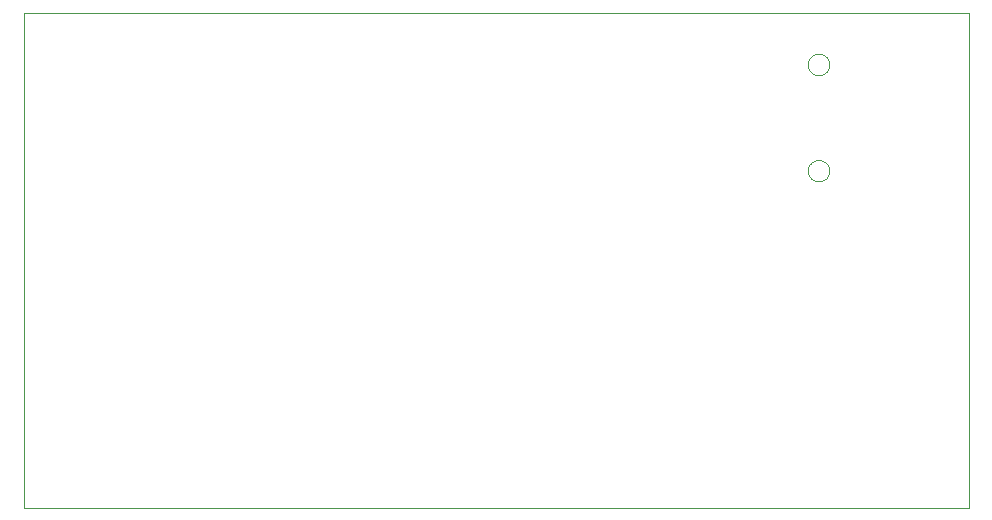
<source format=gko>
G75*
%MOIN*%
%OFA0B0*%
%FSLAX24Y24*%
%IPPOS*%
%LPD*%
%AMOC8*
5,1,8,0,0,1.08239X$1,22.5*
%
%ADD10C,0.0000*%
D10*
X000625Y002101D02*
X000625Y018601D01*
X032125Y018601D01*
X032125Y002101D01*
X000625Y002101D01*
X026770Y013331D02*
X026772Y013368D01*
X026778Y013405D01*
X026787Y013441D01*
X026801Y013475D01*
X026818Y013508D01*
X026838Y013540D01*
X026861Y013569D01*
X026887Y013595D01*
X026916Y013618D01*
X026947Y013638D01*
X026981Y013655D01*
X027015Y013669D01*
X027051Y013678D01*
X027088Y013684D01*
X027125Y013686D01*
X027162Y013684D01*
X027199Y013678D01*
X027235Y013669D01*
X027269Y013655D01*
X027302Y013638D01*
X027334Y013618D01*
X027363Y013595D01*
X027389Y013569D01*
X027412Y013540D01*
X027432Y013509D01*
X027449Y013475D01*
X027463Y013441D01*
X027472Y013405D01*
X027478Y013368D01*
X027480Y013331D01*
X027478Y013294D01*
X027472Y013257D01*
X027463Y013221D01*
X027449Y013187D01*
X027432Y013154D01*
X027412Y013122D01*
X027389Y013093D01*
X027363Y013067D01*
X027334Y013044D01*
X027303Y013024D01*
X027269Y013007D01*
X027235Y012993D01*
X027199Y012984D01*
X027162Y012978D01*
X027125Y012976D01*
X027088Y012978D01*
X027051Y012984D01*
X027015Y012993D01*
X026981Y013007D01*
X026948Y013024D01*
X026916Y013044D01*
X026887Y013067D01*
X026861Y013093D01*
X026838Y013122D01*
X026818Y013153D01*
X026801Y013187D01*
X026787Y013221D01*
X026778Y013257D01*
X026772Y013294D01*
X026770Y013331D01*
X026770Y016871D02*
X026772Y016908D01*
X026778Y016945D01*
X026787Y016981D01*
X026801Y017015D01*
X026818Y017048D01*
X026838Y017080D01*
X026861Y017109D01*
X026887Y017135D01*
X026916Y017158D01*
X026947Y017178D01*
X026981Y017195D01*
X027015Y017209D01*
X027051Y017218D01*
X027088Y017224D01*
X027125Y017226D01*
X027162Y017224D01*
X027199Y017218D01*
X027235Y017209D01*
X027269Y017195D01*
X027302Y017178D01*
X027334Y017158D01*
X027363Y017135D01*
X027389Y017109D01*
X027412Y017080D01*
X027432Y017049D01*
X027449Y017015D01*
X027463Y016981D01*
X027472Y016945D01*
X027478Y016908D01*
X027480Y016871D01*
X027478Y016834D01*
X027472Y016797D01*
X027463Y016761D01*
X027449Y016727D01*
X027432Y016694D01*
X027412Y016662D01*
X027389Y016633D01*
X027363Y016607D01*
X027334Y016584D01*
X027303Y016564D01*
X027269Y016547D01*
X027235Y016533D01*
X027199Y016524D01*
X027162Y016518D01*
X027125Y016516D01*
X027088Y016518D01*
X027051Y016524D01*
X027015Y016533D01*
X026981Y016547D01*
X026948Y016564D01*
X026916Y016584D01*
X026887Y016607D01*
X026861Y016633D01*
X026838Y016662D01*
X026818Y016693D01*
X026801Y016727D01*
X026787Y016761D01*
X026778Y016797D01*
X026772Y016834D01*
X026770Y016871D01*
M02*

</source>
